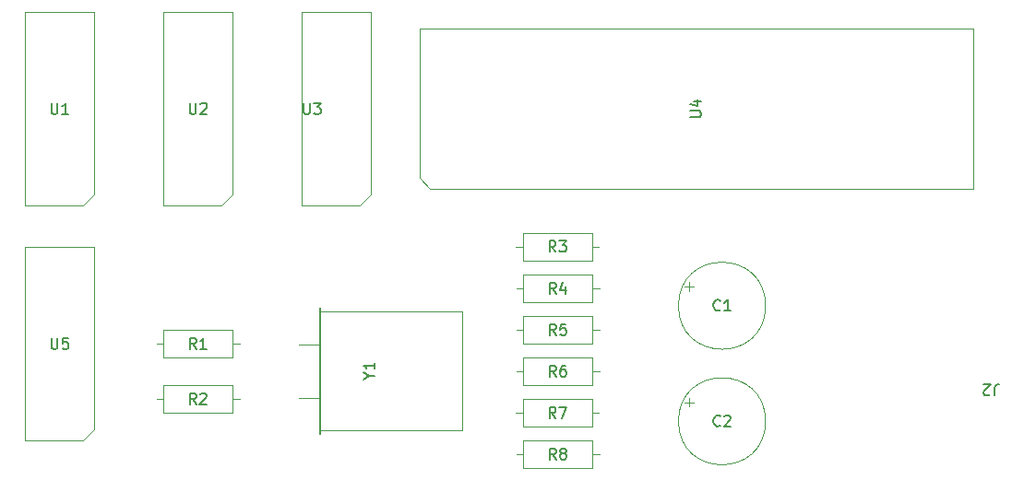
<source format=gbr>
%TF.GenerationSoftware,KiCad,Pcbnew,7.0.1*%
%TF.CreationDate,2023-07-19T12:38:44+03:00*%
%TF.ProjectId,deltaAY,64656c74-6141-4592-9e6b-696361645f70,rev?*%
%TF.SameCoordinates,Original*%
%TF.FileFunction,AssemblyDrawing,Top*%
%FSLAX46Y46*%
G04 Gerber Fmt 4.6, Leading zero omitted, Abs format (unit mm)*
G04 Created by KiCad (PCBNEW 7.0.1) date 2023-07-19 12:38:44*
%MOMM*%
%LPD*%
G01*
G04 APERTURE LIST*
%ADD10C,0.150000*%
%ADD11C,0.100000*%
G04 APERTURE END LIST*
D10*
%TO.C,U2*%
X70358095Y-53767819D02*
X70358095Y-54577342D01*
X70358095Y-54577342D02*
X70405714Y-54672580D01*
X70405714Y-54672580D02*
X70453333Y-54720200D01*
X70453333Y-54720200D02*
X70548571Y-54767819D01*
X70548571Y-54767819D02*
X70739047Y-54767819D01*
X70739047Y-54767819D02*
X70834285Y-54720200D01*
X70834285Y-54720200D02*
X70881904Y-54672580D01*
X70881904Y-54672580D02*
X70929523Y-54577342D01*
X70929523Y-54577342D02*
X70929523Y-53767819D01*
X71358095Y-53863057D02*
X71405714Y-53815438D01*
X71405714Y-53815438D02*
X71500952Y-53767819D01*
X71500952Y-53767819D02*
X71739047Y-53767819D01*
X71739047Y-53767819D02*
X71834285Y-53815438D01*
X71834285Y-53815438D02*
X71881904Y-53863057D01*
X71881904Y-53863057D02*
X71929523Y-53958295D01*
X71929523Y-53958295D02*
X71929523Y-54053533D01*
X71929523Y-54053533D02*
X71881904Y-54196390D01*
X71881904Y-54196390D02*
X71310476Y-54767819D01*
X71310476Y-54767819D02*
X71929523Y-54767819D01*
%TO.C,C2*%
X119055933Y-83374580D02*
X119008314Y-83422200D01*
X119008314Y-83422200D02*
X118865457Y-83469819D01*
X118865457Y-83469819D02*
X118770219Y-83469819D01*
X118770219Y-83469819D02*
X118627362Y-83422200D01*
X118627362Y-83422200D02*
X118532124Y-83326961D01*
X118532124Y-83326961D02*
X118484505Y-83231723D01*
X118484505Y-83231723D02*
X118436886Y-83041247D01*
X118436886Y-83041247D02*
X118436886Y-82898390D01*
X118436886Y-82898390D02*
X118484505Y-82707914D01*
X118484505Y-82707914D02*
X118532124Y-82612676D01*
X118532124Y-82612676D02*
X118627362Y-82517438D01*
X118627362Y-82517438D02*
X118770219Y-82469819D01*
X118770219Y-82469819D02*
X118865457Y-82469819D01*
X118865457Y-82469819D02*
X119008314Y-82517438D01*
X119008314Y-82517438D02*
X119055933Y-82565057D01*
X119436886Y-82565057D02*
X119484505Y-82517438D01*
X119484505Y-82517438D02*
X119579743Y-82469819D01*
X119579743Y-82469819D02*
X119817838Y-82469819D01*
X119817838Y-82469819D02*
X119913076Y-82517438D01*
X119913076Y-82517438D02*
X119960695Y-82565057D01*
X119960695Y-82565057D02*
X120008314Y-82660295D01*
X120008314Y-82660295D02*
X120008314Y-82755533D01*
X120008314Y-82755533D02*
X119960695Y-82898390D01*
X119960695Y-82898390D02*
X119389267Y-83469819D01*
X119389267Y-83469819D02*
X120008314Y-83469819D01*
%TO.C,U1*%
X57658095Y-53767819D02*
X57658095Y-54577342D01*
X57658095Y-54577342D02*
X57705714Y-54672580D01*
X57705714Y-54672580D02*
X57753333Y-54720200D01*
X57753333Y-54720200D02*
X57848571Y-54767819D01*
X57848571Y-54767819D02*
X58039047Y-54767819D01*
X58039047Y-54767819D02*
X58134285Y-54720200D01*
X58134285Y-54720200D02*
X58181904Y-54672580D01*
X58181904Y-54672580D02*
X58229523Y-54577342D01*
X58229523Y-54577342D02*
X58229523Y-53767819D01*
X59229523Y-54767819D02*
X58658095Y-54767819D01*
X58943809Y-54767819D02*
X58943809Y-53767819D01*
X58943809Y-53767819D02*
X58848571Y-53910676D01*
X58848571Y-53910676D02*
X58753333Y-54005914D01*
X58753333Y-54005914D02*
X58658095Y-54053533D01*
%TO.C,C1*%
X119055933Y-72757380D02*
X119008314Y-72805000D01*
X119008314Y-72805000D02*
X118865457Y-72852619D01*
X118865457Y-72852619D02*
X118770219Y-72852619D01*
X118770219Y-72852619D02*
X118627362Y-72805000D01*
X118627362Y-72805000D02*
X118532124Y-72709761D01*
X118532124Y-72709761D02*
X118484505Y-72614523D01*
X118484505Y-72614523D02*
X118436886Y-72424047D01*
X118436886Y-72424047D02*
X118436886Y-72281190D01*
X118436886Y-72281190D02*
X118484505Y-72090714D01*
X118484505Y-72090714D02*
X118532124Y-71995476D01*
X118532124Y-71995476D02*
X118627362Y-71900238D01*
X118627362Y-71900238D02*
X118770219Y-71852619D01*
X118770219Y-71852619D02*
X118865457Y-71852619D01*
X118865457Y-71852619D02*
X119008314Y-71900238D01*
X119008314Y-71900238D02*
X119055933Y-71947857D01*
X120008314Y-72852619D02*
X119436886Y-72852619D01*
X119722600Y-72852619D02*
X119722600Y-71852619D01*
X119722600Y-71852619D02*
X119627362Y-71995476D01*
X119627362Y-71995476D02*
X119532124Y-72090714D01*
X119532124Y-72090714D02*
X119436886Y-72138333D01*
%TO.C,R7*%
X103963333Y-82707819D02*
X103630000Y-82231628D01*
X103391905Y-82707819D02*
X103391905Y-81707819D01*
X103391905Y-81707819D02*
X103772857Y-81707819D01*
X103772857Y-81707819D02*
X103868095Y-81755438D01*
X103868095Y-81755438D02*
X103915714Y-81803057D01*
X103915714Y-81803057D02*
X103963333Y-81898295D01*
X103963333Y-81898295D02*
X103963333Y-82041152D01*
X103963333Y-82041152D02*
X103915714Y-82136390D01*
X103915714Y-82136390D02*
X103868095Y-82184009D01*
X103868095Y-82184009D02*
X103772857Y-82231628D01*
X103772857Y-82231628D02*
X103391905Y-82231628D01*
X104296667Y-81707819D02*
X104963333Y-81707819D01*
X104963333Y-81707819D02*
X104534762Y-82707819D01*
%TO.C,R2*%
X70953333Y-81437819D02*
X70620000Y-80961628D01*
X70381905Y-81437819D02*
X70381905Y-80437819D01*
X70381905Y-80437819D02*
X70762857Y-80437819D01*
X70762857Y-80437819D02*
X70858095Y-80485438D01*
X70858095Y-80485438D02*
X70905714Y-80533057D01*
X70905714Y-80533057D02*
X70953333Y-80628295D01*
X70953333Y-80628295D02*
X70953333Y-80771152D01*
X70953333Y-80771152D02*
X70905714Y-80866390D01*
X70905714Y-80866390D02*
X70858095Y-80914009D01*
X70858095Y-80914009D02*
X70762857Y-80961628D01*
X70762857Y-80961628D02*
X70381905Y-80961628D01*
X71334286Y-80533057D02*
X71381905Y-80485438D01*
X71381905Y-80485438D02*
X71477143Y-80437819D01*
X71477143Y-80437819D02*
X71715238Y-80437819D01*
X71715238Y-80437819D02*
X71810476Y-80485438D01*
X71810476Y-80485438D02*
X71858095Y-80533057D01*
X71858095Y-80533057D02*
X71905714Y-80628295D01*
X71905714Y-80628295D02*
X71905714Y-80723533D01*
X71905714Y-80723533D02*
X71858095Y-80866390D01*
X71858095Y-80866390D02*
X71286667Y-81437819D01*
X71286667Y-81437819D02*
X71905714Y-81437819D01*
%TO.C,R8*%
X103973333Y-86517819D02*
X103640000Y-86041628D01*
X103401905Y-86517819D02*
X103401905Y-85517819D01*
X103401905Y-85517819D02*
X103782857Y-85517819D01*
X103782857Y-85517819D02*
X103878095Y-85565438D01*
X103878095Y-85565438D02*
X103925714Y-85613057D01*
X103925714Y-85613057D02*
X103973333Y-85708295D01*
X103973333Y-85708295D02*
X103973333Y-85851152D01*
X103973333Y-85851152D02*
X103925714Y-85946390D01*
X103925714Y-85946390D02*
X103878095Y-85994009D01*
X103878095Y-85994009D02*
X103782857Y-86041628D01*
X103782857Y-86041628D02*
X103401905Y-86041628D01*
X104544762Y-85946390D02*
X104449524Y-85898771D01*
X104449524Y-85898771D02*
X104401905Y-85851152D01*
X104401905Y-85851152D02*
X104354286Y-85755914D01*
X104354286Y-85755914D02*
X104354286Y-85708295D01*
X104354286Y-85708295D02*
X104401905Y-85613057D01*
X104401905Y-85613057D02*
X104449524Y-85565438D01*
X104449524Y-85565438D02*
X104544762Y-85517819D01*
X104544762Y-85517819D02*
X104735238Y-85517819D01*
X104735238Y-85517819D02*
X104830476Y-85565438D01*
X104830476Y-85565438D02*
X104878095Y-85613057D01*
X104878095Y-85613057D02*
X104925714Y-85708295D01*
X104925714Y-85708295D02*
X104925714Y-85755914D01*
X104925714Y-85755914D02*
X104878095Y-85851152D01*
X104878095Y-85851152D02*
X104830476Y-85898771D01*
X104830476Y-85898771D02*
X104735238Y-85946390D01*
X104735238Y-85946390D02*
X104544762Y-85946390D01*
X104544762Y-85946390D02*
X104449524Y-85994009D01*
X104449524Y-85994009D02*
X104401905Y-86041628D01*
X104401905Y-86041628D02*
X104354286Y-86136866D01*
X104354286Y-86136866D02*
X104354286Y-86327342D01*
X104354286Y-86327342D02*
X104401905Y-86422580D01*
X104401905Y-86422580D02*
X104449524Y-86470200D01*
X104449524Y-86470200D02*
X104544762Y-86517819D01*
X104544762Y-86517819D02*
X104735238Y-86517819D01*
X104735238Y-86517819D02*
X104830476Y-86470200D01*
X104830476Y-86470200D02*
X104878095Y-86422580D01*
X104878095Y-86422580D02*
X104925714Y-86327342D01*
X104925714Y-86327342D02*
X104925714Y-86136866D01*
X104925714Y-86136866D02*
X104878095Y-86041628D01*
X104878095Y-86041628D02*
X104830476Y-85994009D01*
X104830476Y-85994009D02*
X104735238Y-85946390D01*
%TO.C,R3*%
X103963333Y-67427819D02*
X103630000Y-66951628D01*
X103391905Y-67427819D02*
X103391905Y-66427819D01*
X103391905Y-66427819D02*
X103772857Y-66427819D01*
X103772857Y-66427819D02*
X103868095Y-66475438D01*
X103868095Y-66475438D02*
X103915714Y-66523057D01*
X103915714Y-66523057D02*
X103963333Y-66618295D01*
X103963333Y-66618295D02*
X103963333Y-66761152D01*
X103963333Y-66761152D02*
X103915714Y-66856390D01*
X103915714Y-66856390D02*
X103868095Y-66904009D01*
X103868095Y-66904009D02*
X103772857Y-66951628D01*
X103772857Y-66951628D02*
X103391905Y-66951628D01*
X104296667Y-66427819D02*
X104915714Y-66427819D01*
X104915714Y-66427819D02*
X104582381Y-66808771D01*
X104582381Y-66808771D02*
X104725238Y-66808771D01*
X104725238Y-66808771D02*
X104820476Y-66856390D01*
X104820476Y-66856390D02*
X104868095Y-66904009D01*
X104868095Y-66904009D02*
X104915714Y-66999247D01*
X104915714Y-66999247D02*
X104915714Y-67237342D01*
X104915714Y-67237342D02*
X104868095Y-67332580D01*
X104868095Y-67332580D02*
X104820476Y-67380200D01*
X104820476Y-67380200D02*
X104725238Y-67427819D01*
X104725238Y-67427819D02*
X104439524Y-67427819D01*
X104439524Y-67427819D02*
X104344286Y-67380200D01*
X104344286Y-67380200D02*
X104296667Y-67332580D01*
%TO.C,R1*%
X70953333Y-76357819D02*
X70620000Y-75881628D01*
X70381905Y-76357819D02*
X70381905Y-75357819D01*
X70381905Y-75357819D02*
X70762857Y-75357819D01*
X70762857Y-75357819D02*
X70858095Y-75405438D01*
X70858095Y-75405438D02*
X70905714Y-75453057D01*
X70905714Y-75453057D02*
X70953333Y-75548295D01*
X70953333Y-75548295D02*
X70953333Y-75691152D01*
X70953333Y-75691152D02*
X70905714Y-75786390D01*
X70905714Y-75786390D02*
X70858095Y-75834009D01*
X70858095Y-75834009D02*
X70762857Y-75881628D01*
X70762857Y-75881628D02*
X70381905Y-75881628D01*
X71905714Y-76357819D02*
X71334286Y-76357819D01*
X71620000Y-76357819D02*
X71620000Y-75357819D01*
X71620000Y-75357819D02*
X71524762Y-75500676D01*
X71524762Y-75500676D02*
X71429524Y-75595914D01*
X71429524Y-75595914D02*
X71334286Y-75643533D01*
%TO.C,R6*%
X103973333Y-78897819D02*
X103640000Y-78421628D01*
X103401905Y-78897819D02*
X103401905Y-77897819D01*
X103401905Y-77897819D02*
X103782857Y-77897819D01*
X103782857Y-77897819D02*
X103878095Y-77945438D01*
X103878095Y-77945438D02*
X103925714Y-77993057D01*
X103925714Y-77993057D02*
X103973333Y-78088295D01*
X103973333Y-78088295D02*
X103973333Y-78231152D01*
X103973333Y-78231152D02*
X103925714Y-78326390D01*
X103925714Y-78326390D02*
X103878095Y-78374009D01*
X103878095Y-78374009D02*
X103782857Y-78421628D01*
X103782857Y-78421628D02*
X103401905Y-78421628D01*
X104830476Y-77897819D02*
X104640000Y-77897819D01*
X104640000Y-77897819D02*
X104544762Y-77945438D01*
X104544762Y-77945438D02*
X104497143Y-77993057D01*
X104497143Y-77993057D02*
X104401905Y-78135914D01*
X104401905Y-78135914D02*
X104354286Y-78326390D01*
X104354286Y-78326390D02*
X104354286Y-78707342D01*
X104354286Y-78707342D02*
X104401905Y-78802580D01*
X104401905Y-78802580D02*
X104449524Y-78850200D01*
X104449524Y-78850200D02*
X104544762Y-78897819D01*
X104544762Y-78897819D02*
X104735238Y-78897819D01*
X104735238Y-78897819D02*
X104830476Y-78850200D01*
X104830476Y-78850200D02*
X104878095Y-78802580D01*
X104878095Y-78802580D02*
X104925714Y-78707342D01*
X104925714Y-78707342D02*
X104925714Y-78469247D01*
X104925714Y-78469247D02*
X104878095Y-78374009D01*
X104878095Y-78374009D02*
X104830476Y-78326390D01*
X104830476Y-78326390D02*
X104735238Y-78278771D01*
X104735238Y-78278771D02*
X104544762Y-78278771D01*
X104544762Y-78278771D02*
X104449524Y-78326390D01*
X104449524Y-78326390D02*
X104401905Y-78374009D01*
X104401905Y-78374009D02*
X104354286Y-78469247D01*
%TO.C,J2*%
X144230133Y-80629580D02*
X144230133Y-79915295D01*
X144230133Y-79915295D02*
X144277752Y-79772438D01*
X144277752Y-79772438D02*
X144372990Y-79677200D01*
X144372990Y-79677200D02*
X144515847Y-79629580D01*
X144515847Y-79629580D02*
X144611085Y-79629580D01*
X143801561Y-80534342D02*
X143753942Y-80581961D01*
X143753942Y-80581961D02*
X143658704Y-80629580D01*
X143658704Y-80629580D02*
X143420609Y-80629580D01*
X143420609Y-80629580D02*
X143325371Y-80581961D01*
X143325371Y-80581961D02*
X143277752Y-80534342D01*
X143277752Y-80534342D02*
X143230133Y-80439104D01*
X143230133Y-80439104D02*
X143230133Y-80343866D01*
X143230133Y-80343866D02*
X143277752Y-80201009D01*
X143277752Y-80201009D02*
X143849180Y-79629580D01*
X143849180Y-79629580D02*
X143230133Y-79629580D01*
%TO.C,U5*%
X57673095Y-75357819D02*
X57673095Y-76167342D01*
X57673095Y-76167342D02*
X57720714Y-76262580D01*
X57720714Y-76262580D02*
X57768333Y-76310200D01*
X57768333Y-76310200D02*
X57863571Y-76357819D01*
X57863571Y-76357819D02*
X58054047Y-76357819D01*
X58054047Y-76357819D02*
X58149285Y-76310200D01*
X58149285Y-76310200D02*
X58196904Y-76262580D01*
X58196904Y-76262580D02*
X58244523Y-76167342D01*
X58244523Y-76167342D02*
X58244523Y-75357819D01*
X59196904Y-75357819D02*
X58720714Y-75357819D01*
X58720714Y-75357819D02*
X58673095Y-75834009D01*
X58673095Y-75834009D02*
X58720714Y-75786390D01*
X58720714Y-75786390D02*
X58815952Y-75738771D01*
X58815952Y-75738771D02*
X59054047Y-75738771D01*
X59054047Y-75738771D02*
X59149285Y-75786390D01*
X59149285Y-75786390D02*
X59196904Y-75834009D01*
X59196904Y-75834009D02*
X59244523Y-75929247D01*
X59244523Y-75929247D02*
X59244523Y-76167342D01*
X59244523Y-76167342D02*
X59196904Y-76262580D01*
X59196904Y-76262580D02*
X59149285Y-76310200D01*
X59149285Y-76310200D02*
X59054047Y-76357819D01*
X59054047Y-76357819D02*
X58815952Y-76357819D01*
X58815952Y-76357819D02*
X58720714Y-76310200D01*
X58720714Y-76310200D02*
X58673095Y-76262580D01*
%TO.C,U3*%
X80823095Y-53772819D02*
X80823095Y-54582342D01*
X80823095Y-54582342D02*
X80870714Y-54677580D01*
X80870714Y-54677580D02*
X80918333Y-54725200D01*
X80918333Y-54725200D02*
X81013571Y-54772819D01*
X81013571Y-54772819D02*
X81204047Y-54772819D01*
X81204047Y-54772819D02*
X81299285Y-54725200D01*
X81299285Y-54725200D02*
X81346904Y-54677580D01*
X81346904Y-54677580D02*
X81394523Y-54582342D01*
X81394523Y-54582342D02*
X81394523Y-53772819D01*
X81775476Y-53772819D02*
X82394523Y-53772819D01*
X82394523Y-53772819D02*
X82061190Y-54153771D01*
X82061190Y-54153771D02*
X82204047Y-54153771D01*
X82204047Y-54153771D02*
X82299285Y-54201390D01*
X82299285Y-54201390D02*
X82346904Y-54249009D01*
X82346904Y-54249009D02*
X82394523Y-54344247D01*
X82394523Y-54344247D02*
X82394523Y-54582342D01*
X82394523Y-54582342D02*
X82346904Y-54677580D01*
X82346904Y-54677580D02*
X82299285Y-54725200D01*
X82299285Y-54725200D02*
X82204047Y-54772819D01*
X82204047Y-54772819D02*
X81918333Y-54772819D01*
X81918333Y-54772819D02*
X81823095Y-54725200D01*
X81823095Y-54725200D02*
X81775476Y-54677580D01*
%TO.C,R5*%
X103973333Y-75087819D02*
X103640000Y-74611628D01*
X103401905Y-75087819D02*
X103401905Y-74087819D01*
X103401905Y-74087819D02*
X103782857Y-74087819D01*
X103782857Y-74087819D02*
X103878095Y-74135438D01*
X103878095Y-74135438D02*
X103925714Y-74183057D01*
X103925714Y-74183057D02*
X103973333Y-74278295D01*
X103973333Y-74278295D02*
X103973333Y-74421152D01*
X103973333Y-74421152D02*
X103925714Y-74516390D01*
X103925714Y-74516390D02*
X103878095Y-74564009D01*
X103878095Y-74564009D02*
X103782857Y-74611628D01*
X103782857Y-74611628D02*
X103401905Y-74611628D01*
X104878095Y-74087819D02*
X104401905Y-74087819D01*
X104401905Y-74087819D02*
X104354286Y-74564009D01*
X104354286Y-74564009D02*
X104401905Y-74516390D01*
X104401905Y-74516390D02*
X104497143Y-74468771D01*
X104497143Y-74468771D02*
X104735238Y-74468771D01*
X104735238Y-74468771D02*
X104830476Y-74516390D01*
X104830476Y-74516390D02*
X104878095Y-74564009D01*
X104878095Y-74564009D02*
X104925714Y-74659247D01*
X104925714Y-74659247D02*
X104925714Y-74897342D01*
X104925714Y-74897342D02*
X104878095Y-74992580D01*
X104878095Y-74992580D02*
X104830476Y-75040200D01*
X104830476Y-75040200D02*
X104735238Y-75087819D01*
X104735238Y-75087819D02*
X104497143Y-75087819D01*
X104497143Y-75087819D02*
X104401905Y-75040200D01*
X104401905Y-75040200D02*
X104354286Y-74992580D01*
%TO.C,Y1*%
X86847428Y-78810590D02*
X87323619Y-78810590D01*
X86323619Y-79143923D02*
X86847428Y-78810590D01*
X86847428Y-78810590D02*
X86323619Y-78477257D01*
X87323619Y-77620114D02*
X87323619Y-78191542D01*
X87323619Y-77905828D02*
X86323619Y-77905828D01*
X86323619Y-77905828D02*
X86466476Y-78001066D01*
X86466476Y-78001066D02*
X86561714Y-78096304D01*
X86561714Y-78096304D02*
X86609333Y-78191542D01*
%TO.C,R4*%
X103973333Y-71277819D02*
X103640000Y-70801628D01*
X103401905Y-71277819D02*
X103401905Y-70277819D01*
X103401905Y-70277819D02*
X103782857Y-70277819D01*
X103782857Y-70277819D02*
X103878095Y-70325438D01*
X103878095Y-70325438D02*
X103925714Y-70373057D01*
X103925714Y-70373057D02*
X103973333Y-70468295D01*
X103973333Y-70468295D02*
X103973333Y-70611152D01*
X103973333Y-70611152D02*
X103925714Y-70706390D01*
X103925714Y-70706390D02*
X103878095Y-70754009D01*
X103878095Y-70754009D02*
X103782857Y-70801628D01*
X103782857Y-70801628D02*
X103401905Y-70801628D01*
X104830476Y-70611152D02*
X104830476Y-71277819D01*
X104592381Y-70230200D02*
X104354286Y-70944485D01*
X104354286Y-70944485D02*
X104973333Y-70944485D01*
%TO.C,U4*%
X116302619Y-55067104D02*
X117112142Y-55067104D01*
X117112142Y-55067104D02*
X117207380Y-55019485D01*
X117207380Y-55019485D02*
X117255000Y-54971866D01*
X117255000Y-54971866D02*
X117302619Y-54876628D01*
X117302619Y-54876628D02*
X117302619Y-54686152D01*
X117302619Y-54686152D02*
X117255000Y-54590914D01*
X117255000Y-54590914D02*
X117207380Y-54543295D01*
X117207380Y-54543295D02*
X117112142Y-54495676D01*
X117112142Y-54495676D02*
X116302619Y-54495676D01*
X116635952Y-53590914D02*
X117302619Y-53590914D01*
X116255000Y-53829009D02*
X116969285Y-54067104D01*
X116969285Y-54067104D02*
X116969285Y-53448057D01*
D11*
%TO.C,U2*%
X74295000Y-62195200D02*
X73295000Y-63195200D01*
X74295000Y-45415200D02*
X74295000Y-62195200D01*
X73295000Y-63195200D02*
X67945000Y-63195200D01*
X67945000Y-63195200D02*
X67945000Y-45415200D01*
X67945000Y-45415200D02*
X74295000Y-45415200D01*
%TO.C,C2*%
X115795841Y-81259700D02*
X116595841Y-81259700D01*
X116195841Y-80859700D02*
X116195841Y-81659700D01*
X123222600Y-83007200D02*
G75*
G03*
X123222600Y-83007200I-4000000J0D01*
G01*
%TO.C,U1*%
X61595000Y-62195200D02*
X60595000Y-63195200D01*
X61595000Y-45415200D02*
X61595000Y-62195200D01*
X60595000Y-63195200D02*
X55245000Y-63195200D01*
X55245000Y-63195200D02*
X55245000Y-45415200D01*
X55245000Y-45415200D02*
X61595000Y-45415200D01*
%TO.C,C1*%
X115795841Y-70642500D02*
X116595841Y-70642500D01*
X116195841Y-70242500D02*
X116195841Y-71042500D01*
X123222600Y-72390000D02*
G75*
G03*
X123222600Y-72390000I-4000000J0D01*
G01*
%TO.C,R7*%
X107940000Y-82245200D02*
X107280000Y-82245200D01*
X107280000Y-83495200D02*
X107280000Y-80995200D01*
X107280000Y-80995200D02*
X100980000Y-80995200D01*
X100980000Y-83495200D02*
X107280000Y-83495200D01*
X100980000Y-80995200D02*
X100980000Y-83495200D01*
X100320000Y-82245200D02*
X100980000Y-82245200D01*
%TO.C,R2*%
X74930000Y-80975200D02*
X74270000Y-80975200D01*
X74270000Y-82225200D02*
X74270000Y-79725200D01*
X74270000Y-79725200D02*
X67970000Y-79725200D01*
X67970000Y-82225200D02*
X74270000Y-82225200D01*
X67970000Y-79725200D02*
X67970000Y-82225200D01*
X67310000Y-80975200D02*
X67970000Y-80975200D01*
%TO.C,R8*%
X107950000Y-86055200D02*
X107290000Y-86055200D01*
X107290000Y-87305200D02*
X107290000Y-84805200D01*
X107290000Y-84805200D02*
X100990000Y-84805200D01*
X100990000Y-87305200D02*
X107290000Y-87305200D01*
X100990000Y-84805200D02*
X100990000Y-87305200D01*
X100330000Y-86055200D02*
X100990000Y-86055200D01*
%TO.C,R3*%
X100320000Y-66965200D02*
X100980000Y-66965200D01*
X100980000Y-65715200D02*
X100980000Y-68215200D01*
X100980000Y-68215200D02*
X107280000Y-68215200D01*
X107280000Y-65715200D02*
X100980000Y-65715200D01*
X107280000Y-68215200D02*
X107280000Y-65715200D01*
X107940000Y-66965200D02*
X107280000Y-66965200D01*
%TO.C,R1*%
X67310000Y-75895200D02*
X67970000Y-75895200D01*
X67970000Y-74645200D02*
X67970000Y-77145200D01*
X67970000Y-77145200D02*
X74270000Y-77145200D01*
X74270000Y-74645200D02*
X67970000Y-74645200D01*
X74270000Y-77145200D02*
X74270000Y-74645200D01*
X74930000Y-75895200D02*
X74270000Y-75895200D01*
%TO.C,R6*%
X107950000Y-78435200D02*
X107290000Y-78435200D01*
X107290000Y-79685200D02*
X107290000Y-77185200D01*
X107290000Y-77185200D02*
X100990000Y-77185200D01*
X100990000Y-79685200D02*
X107290000Y-79685200D01*
X100990000Y-77185200D02*
X100990000Y-79685200D01*
X100330000Y-78435200D02*
X100990000Y-78435200D01*
%TO.C,U5*%
X61610000Y-83785200D02*
X60610000Y-84785200D01*
X61610000Y-67005200D02*
X61610000Y-83785200D01*
X60610000Y-84785200D02*
X55260000Y-84785200D01*
X55260000Y-84785200D02*
X55260000Y-67005200D01*
X55260000Y-67005200D02*
X61610000Y-67005200D01*
%TO.C,U3*%
X87010000Y-62200200D02*
X86010000Y-63200200D01*
X87010000Y-45420200D02*
X87010000Y-62200200D01*
X86010000Y-63200200D02*
X80660000Y-63200200D01*
X80660000Y-63200200D02*
X80660000Y-45420200D01*
X80660000Y-45420200D02*
X87010000Y-45420200D01*
%TO.C,R5*%
X100330000Y-74625200D02*
X100990000Y-74625200D01*
X100990000Y-73375200D02*
X100990000Y-75875200D01*
X100990000Y-75875200D02*
X107290000Y-75875200D01*
X107290000Y-73375200D02*
X100990000Y-73375200D01*
X107290000Y-75875200D02*
X107290000Y-73375200D01*
X107950000Y-74625200D02*
X107290000Y-74625200D01*
%TO.C,Y1*%
X82261000Y-84184400D02*
X82261000Y-72584400D01*
X82361000Y-84184400D02*
X82261000Y-84184400D01*
X82361000Y-83834400D02*
X95361000Y-83834400D01*
X95361000Y-83834400D02*
X95361000Y-72934400D01*
X81361000Y-80834400D02*
X80361000Y-80834400D01*
X82361000Y-80834400D02*
X81361000Y-80834400D01*
X81361000Y-75934400D02*
X80361000Y-75934400D01*
X82361000Y-75934400D02*
X81361000Y-75934400D01*
X82361000Y-72934400D02*
X82361000Y-83834400D01*
X95361000Y-72934400D02*
X82361000Y-72934400D01*
X82261000Y-72584400D02*
X82361000Y-72584400D01*
X82361000Y-72584400D02*
X82361000Y-84184400D01*
%TO.C,R4*%
X100330000Y-70815200D02*
X100990000Y-70815200D01*
X100990000Y-69565200D02*
X100990000Y-72065200D01*
X100990000Y-72065200D02*
X107290000Y-72065200D01*
X107290000Y-69565200D02*
X100990000Y-69565200D01*
X107290000Y-72065200D02*
X107290000Y-69565200D01*
X107950000Y-70815200D02*
X107290000Y-70815200D01*
%TO.C,U4*%
X92440000Y-61670200D02*
X91440000Y-60670200D01*
X142240000Y-61670200D02*
X92440000Y-61670200D01*
X91440000Y-60670200D02*
X91440000Y-46940200D01*
X91440000Y-46940200D02*
X142240000Y-46940200D01*
X142240000Y-46940200D02*
X142240000Y-61670200D01*
%TD*%
M02*

</source>
